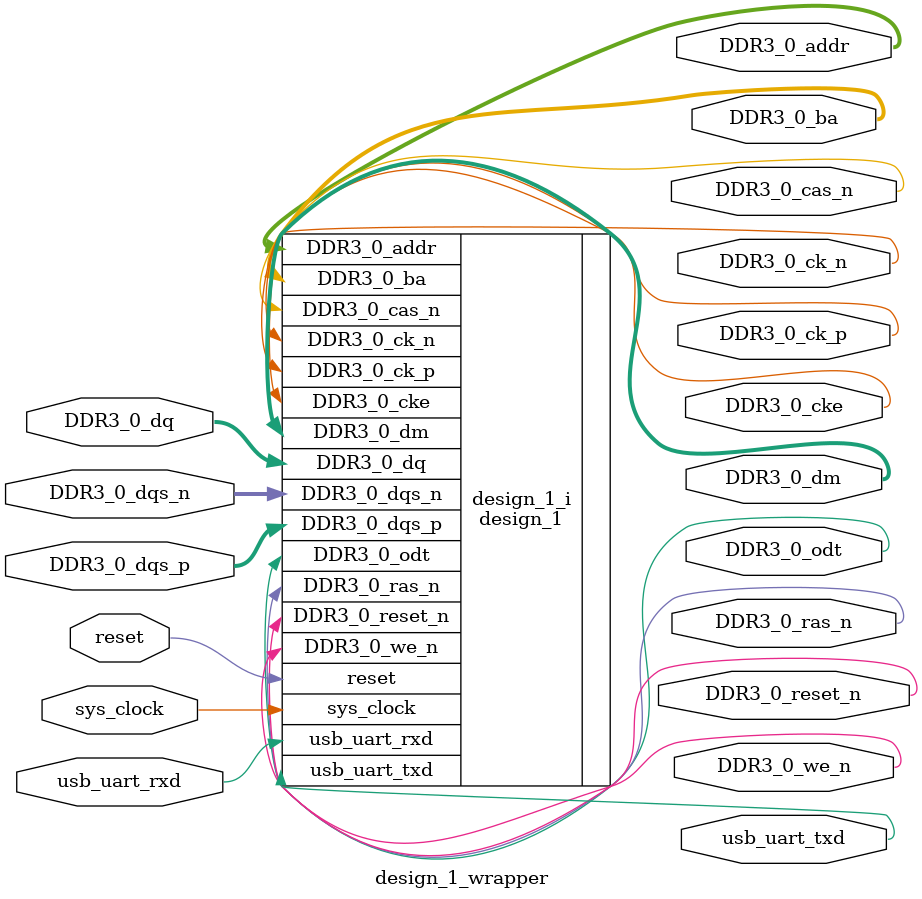
<source format=v>
`timescale 1 ps / 1 ps

module design_1_wrapper
   (DDR3_0_addr,
    DDR3_0_ba,
    DDR3_0_cas_n,
    DDR3_0_ck_n,
    DDR3_0_ck_p,
    DDR3_0_cke,
    DDR3_0_dm,
    DDR3_0_dq,
    DDR3_0_dqs_n,
    DDR3_0_dqs_p,
    DDR3_0_odt,
    DDR3_0_ras_n,
    DDR3_0_reset_n,
    DDR3_0_we_n,
    reset,
    sys_clock,
    usb_uart_rxd,
    usb_uart_txd);
  output [14:0]DDR3_0_addr;
  output [2:0]DDR3_0_ba;
  output DDR3_0_cas_n;
  output [0:0]DDR3_0_ck_n;
  output [0:0]DDR3_0_ck_p;
  output [0:0]DDR3_0_cke;
  output [1:0]DDR3_0_dm;
  inout [15:0]DDR3_0_dq;
  inout [1:0]DDR3_0_dqs_n;
  inout [1:0]DDR3_0_dqs_p;
  output [0:0]DDR3_0_odt;
  output DDR3_0_ras_n;
  output DDR3_0_reset_n;
  output DDR3_0_we_n;
  input reset;
  input sys_clock;
  input usb_uart_rxd;
  output usb_uart_txd;

  wire [14:0]DDR3_0_addr;
  wire [2:0]DDR3_0_ba;
  wire DDR3_0_cas_n;
  wire [0:0]DDR3_0_ck_n;
  wire [0:0]DDR3_0_ck_p;
  wire [0:0]DDR3_0_cke;
  wire [1:0]DDR3_0_dm;
  wire [15:0]DDR3_0_dq;
  wire [1:0]DDR3_0_dqs_n;
  wire [1:0]DDR3_0_dqs_p;
  wire [0:0]DDR3_0_odt;
  wire DDR3_0_ras_n;
  wire DDR3_0_reset_n;
  wire DDR3_0_we_n;
  wire reset;
  wire sys_clock;
  wire usb_uart_rxd;
  wire usb_uart_txd;

  design_1 design_1_i
       (.DDR3_0_addr(DDR3_0_addr),
        .DDR3_0_ba(DDR3_0_ba),
        .DDR3_0_cas_n(DDR3_0_cas_n),
        .DDR3_0_ck_n(DDR3_0_ck_n),
        .DDR3_0_ck_p(DDR3_0_ck_p),
        .DDR3_0_cke(DDR3_0_cke),
        .DDR3_0_dm(DDR3_0_dm),
        .DDR3_0_dq(DDR3_0_dq),
        .DDR3_0_dqs_n(DDR3_0_dqs_n),
        .DDR3_0_dqs_p(DDR3_0_dqs_p),
        .DDR3_0_odt(DDR3_0_odt),
        .DDR3_0_ras_n(DDR3_0_ras_n),
        .DDR3_0_reset_n(DDR3_0_reset_n),
        .DDR3_0_we_n(DDR3_0_we_n),
        .reset(reset),
        .sys_clock(sys_clock),
        .usb_uart_rxd(usb_uart_rxd),
        .usb_uart_txd(usb_uart_txd));
endmodule

</source>
